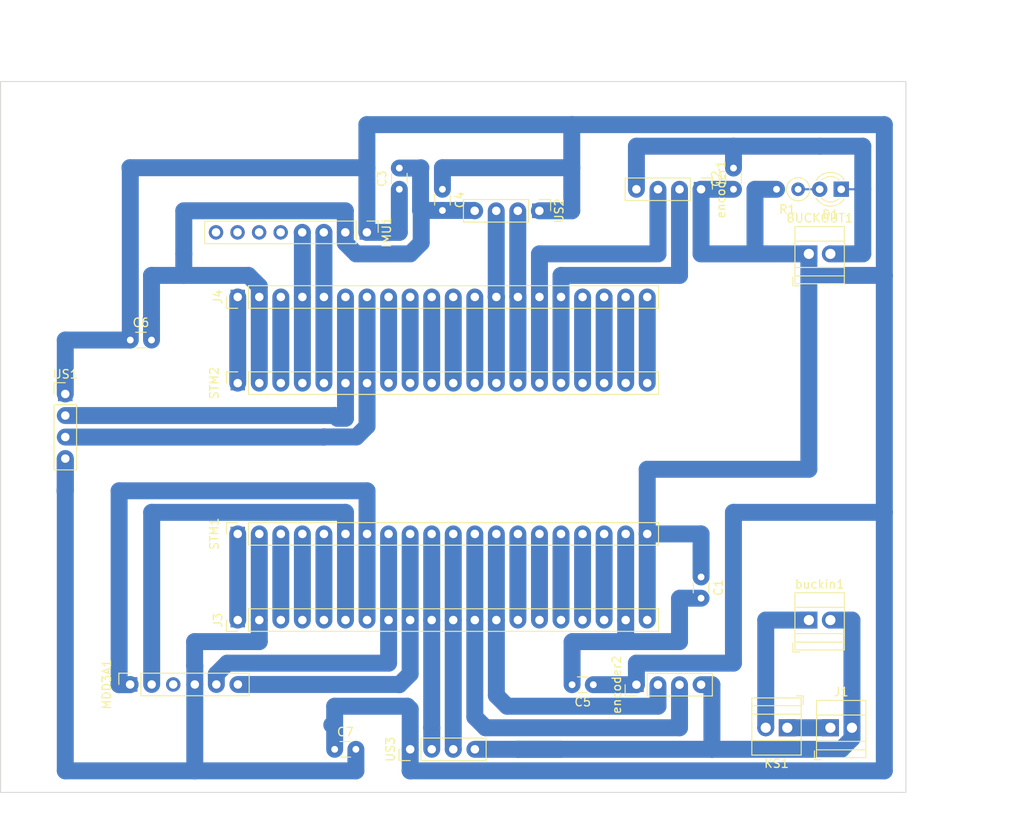
<source format=kicad_pcb>
(kicad_pcb (version 20240108) (generator "pcbnew") (generator_version "8.0")
  (layers (0 "F.Cu" signal) (31 "B.Cu" signal) (34 "B.Paste" user) (35 "F.Paste" user) (36 "B.SilkS" user "B.Silkscreen") (37 "F.SilkS" user "F.Silkscreen") (38 "B.Mask" user) (39 "F.Mask" user) (44 "Edge.Cuts" user))
  (net 0 "")
  (net 1 "/GND")
  (net 2 "/12V")
  (net 3 "/5V")
  (net 4 "/EN1B")
  (net 5 "/Vr")
  (net 8 "/EN1A")
  (net 9 "/EN2A")
  (net 12 "/supply")
  (net 13 "/EN2B")
  (net 14 "/IMU_SDA")
  (net 15 "/IMU_SCL")
  (net 16 "/Trigger2")
  (net 17 "/M1B")
  (net 18 "/M1A")
  (net 19 "/M2A")
  (net 20 "Net-(J3-Pin_15)")
  (net 21 "/M2B")
  (net 22 "/Trigger0")
  (net 23 "Net-(J4-Pin_12)")
  (net 24 "Net-(J4-Pin_9)")
  (net 25 "Net-(J4-Pin_19)")
  (net 26 "Net-(J4-Pin_1)")
  (net 27 "Net-(J4-Pin_20)")
  (net 28 "Net-(J3-Pin_17)")
  (net 29 "Net-(J4-Pin_18)")
  (net 30 "Net-(J3-Pin_16)")
  (net 31 "Net-(J4-Pin_17)")
  (net 32 "Net-(J3-Pin_4)")
  (net 33 "Net-(J3-Pin_3)")
  (net 34 "Net-(J4-Pin_8)")
  (net 35 "Net-(J3-Pin_5)")
  (net 36 "Net-(J3-Pin_1)")
  (net 37 "/Echo0")
  (net 38 "/Trigger1")
  (net 39 "Net-(J4-Pin_11)")
  (net 40 "Net-(J4-Pin_10)")
  (net 41 "/Echo1")
  (net 42 "/Echo2")
  (net 43 "Net-(J3-Pin_14)")
  (net 44 "Net-(J3-Pin_18)")
  (footprint "Connector_PinHeader_2.54mm:PinHeader_1x04_P2.54mm_Vertical" (layer "F.Cu") (at 126.985 63.5 -90)
    (property "Reference" "US2" (at 0 -2.33 90) (layer "F.SilkS"))
    (property "Value" "Conn_01x04_Socket")
    (fp_line (start -1.33 8.95) (end 1.33 8.95) (stroke (width 0.12)) (layer "F.SilkS"))
    (fp_line (start -1.33 1.27) (end -1.33 8.95) (stroke (width 0.12)) (layer "F.SilkS"))
    (fp_line (start -1.33 1.27) (end 1.33 1.27) (stroke (width 0.12)) (layer "F.SilkS"))
    (fp_line (start 1.33 1.27) (end 1.33 8.95) (stroke (width 0.12)) (layer "F.SilkS"))
    (fp_line (start -1.33 0) (end -1.33 -1.33) (stroke (width 0.12)) (layer "F.SilkS"))
    (fp_line (start -1.33 -1.33) (end 0 -1.33) (stroke (width 0.12)) (layer "F.SilkS"))
    (pad "1" thru_hole rect (at 0 0 270) (size 1.7 1.7) (drill 1) (layers "*.Cu" "*.Mask") (net 3 "/5V"))
    (pad "2" thru_hole oval (at 0 2.54 270) (size 1.7 1.7) (drill 1) (layers "*.Cu" "*.Mask") (net 38 "/Trigger1"))
    (pad "3" thru_hole oval (at 0 5.08 270) (size 1.7 1.7) (drill 1) (layers "*.Cu" "*.Mask") (net 41 "/Echo1"))
    (pad "4" thru_hole oval (at 0 7.62 270) (size 1.7 1.7) (drill 1) (layers "*.Cu" "*.Mask") (net 1 "/GND"))
  )
  (footprint "Connector_PinHeader_2.54mm:PinHeader_1x08_P2.54mm_Vertical" (layer "F.Cu") (at 106.66 66.04 -90)
    (property "Reference" "IMU1" (at 0 -2.33 90) (layer "F.SilkS"))
    (property "Value" "Conn_01x08_Socket")
    (fp_line (start -1.33 19.11) (end 1.33 19.11) (stroke (width 0.12)) (layer "F.SilkS"))
    (fp_line (start -1.33 1.27) (end -1.33 19.11) (stroke (width 0.12)) (layer "F.SilkS"))
    (fp_line (start -1.33 1.27) (end 1.33 1.27) (stroke (width 0.12)) (layer "F.SilkS"))
    (fp_line (start 1.33 1.27) (end 1.33 19.11) (stroke (width 0.12)) (layer "F.SilkS"))
    (fp_line (start -1.33 0) (end -1.33 -1.33) (stroke (width 0.12)) (layer "F.SilkS"))
    (fp_line (start -1.33 -1.33) (end 0 -1.33) (stroke (width 0.12)) (layer "F.SilkS"))
    (pad "1" thru_hole rect (at 0 0 270) (size 1.7 1.7) (drill 1) (layers "*.Cu" "*.Mask") (net 3 "/5V"))
    (pad "2" thru_hole oval (at 0 2.54 270) (size 1.7 1.7) (drill 1) (layers "*.Cu" "*.Mask") (net 1 "/GND"))
    (pad "3" thru_hole oval (at 0 5.08 270) (size 1.7 1.7) (drill 1) (layers "*.Cu" "*.Mask") (net 15 "/IMU_SCL"))
    (pad "4" thru_hole oval (at 0 7.62 270) (size 1.7 1.7) (drill 1) (layers "*.Cu" "*.Mask") (net 14 "/IMU_SDA"))
    (pad "5" thru_hole oval (at 0 10.16 270) (size 1.7 1.7) (drill 1) (layers "*.Cu" "*.Mask"))
    (pad "6" thru_hole oval (at 0 12.7 270) (size 1.7 1.7) (drill 1) (layers "*.Cu" "*.Mask"))
    (pad "7" thru_hole oval (at 0 15.24 270) (size 1.7 1.7) (drill 1) (layers "*.Cu" "*.Mask"))
    (pad "8" thru_hole oval (at 0 17.78 270) (size 1.7 1.7) (drill 1) (layers "*.Cu" "*.Mask"))
  )
  (footprint "TerminalBlock:TerminalBlock_Xinya_XY308-2.54-2P_1x02_P2.54mm_Horizontal" (layer "F.Cu") (at 158.745 68.58)
    (property "Reference" "BUCKOUT1" (at 1.27 -4.22 0) (layer "F.SilkS"))
    (property "Value" "Screw_Terminal_01x02")
    (fp_line (start -1.88 2.72) (end -1.88 3.76) (stroke (width 0.12)) (layer "F.SilkS"))
    (fp_line (start -1.88 3.76) (end -1.08 3.76) (stroke (width 0.12)) (layer "F.SilkS"))
    (fp_line (start -1.64 -3.22) (end -1.64 3.52) (stroke (width 0.12)) (layer "F.SilkS"))
    (fp_line (start -1.64 -3.22) (end 4.18 -3.22) (stroke (width 0.12)) (layer "F.SilkS"))
    (fp_line (start -1.64 -1.501) (end 4.18 -1.501) (stroke (width 0.12)) (layer "F.SilkS"))
    (fp_line (start -1.64 1.6) (end 4.18 1.6) (stroke (width 0.12)) (layer "F.SilkS"))
    (fp_line (start -1.64 2.6) (end 4.18 2.6) (stroke (width 0.12)) (layer "F.SilkS"))
    (fp_line (start -1.64 3.52) (end 4.18 3.52) (stroke (width 0.12)) (layer "F.SilkS"))
    (fp_line (start 4.18 -3.22) (end 4.18 3.52) (stroke (width 0.12)) (layer "F.SilkS"))
    (pad "1" thru_hole rect (at 0 0) (size 2 2) (drill 1.2) (layers "*.Cu" "*.Mask") (net 3 "/5V"))
    (pad "2" thru_hole circle (at 2.54 0) (size 2 2) (drill 1.2) (layers "*.Cu" "*.Mask") (net 1 "/GND"))
  )
  (footprint "Connector_PinHeader_2.54mm:PinHeader_1x04_P2.54mm_Vertical" (layer "F.Cu") (at 111.765 127 90)
    (property "Reference" "US3" (at 0 -2.33 90) (layer "F.SilkS"))
    (property "Value" "Conn_01x04_Socket")
    (fp_line (start -1.33 -1.33) (end 0 -1.33) (stroke (width 0.12)) (layer "F.SilkS"))
    (fp_line (start -1.33 0) (end -1.33 -1.33) (stroke (width 0.12)) (layer "F.SilkS"))
    (fp_line (start 1.33 1.27) (end 1.33 8.95) (stroke (width 0.12)) (layer "F.SilkS"))
    (fp_line (start -1.33 1.27) (end 1.33 1.27) (stroke (width 0.12)) (layer "F.SilkS"))
    (fp_line (start -1.33 1.27) (end -1.33 8.95) (stroke (width 0.12)) (layer "F.SilkS"))
    (fp_line (start -1.33 8.95) (end 1.33 8.95) (stroke (width 0.12)) (layer "F.SilkS"))
    (pad "1" thru_hole rect (at 0 0 90) (size 1.7 1.7) (drill 1) (layers "*.Cu" "*.Mask") (net 3 "/5V"))
    (pad "2" thru_hole oval (at 0 2.54 90) (size 1.7 1.7) (drill 1) (layers "*.Cu" "*.Mask") (net 16 "/Trigger2"))
    (pad "3" thru_hole oval (at 0 5.08 90) (size 1.7 1.7) (drill 1) (layers "*.Cu" "*.Mask") (net 42 "/Echo2"))
    (pad "4" thru_hole oval (at 0 7.62 90) (size 1.7 1.7) (drill 1) (layers "*.Cu" "*.Mask") (net 1 "/GND"))
  )
  (footprint "LED_THT:LED_D3.0mm" (layer "F.Cu") (at 162.56 60.96 180)
    (property "Reference" "D1" (at 1.27 -2.96 360) (layer "F.SilkS"))
    (property "Value" "LED")
    (fp_line (start -0.29 1.08) (end -0.29 1.236) (stroke (width 0.12)) (layer "F.SilkS"))
    (fp_line (start -0.29 -1.236) (end -0.29 -1.08) (stroke (width 0.12)) (layer "F.SilkS"))
    (fp_arc (start 2.942335 1.078608) (mid 1.366487 1.987659) (end -0.29 1.235516) (stroke (width 0.12)) (layer "F.SilkS"))
    (fp_arc (start 2.31113 1.079837) (mid 1.270117 1.5) (end 0.229039 1.08) (stroke (width 0.12)) (layer "F.SilkS"))
    (fp_arc (start 0.229039 -1.08) (mid 1.270117 -1.5) (end 2.31113 -1.079837) (stroke (width 0.12)) (layer "F.SilkS"))
    (fp_arc (start -0.29 -1.235516) (mid 1.366487 -1.987659) (end 2.942335 -1.078608) (stroke (width 0.12)) (layer "F.SilkS"))
    (pad "1" thru_hole rect (at 0 0 180) (size 1.8 1.8) (drill 0.9) (layers "*.Cu" "*.Mask") (net 1 "/GND"))
    (pad "2" thru_hole circle (at 2.54 0 180) (size 1.8 1.8) (drill 0.9) (layers "*.Cu" "*.Mask") (net 5 "/Vr"))
  )
  (footprint "Connector_PinSocket_2.54mm:PinSocket_1x06_P2.54mm_Vertical" (layer "F.Cu") (at 78.76 119.355 90)
    (property "Reference" "MDD3A1" (at 0 -2.77 90) (layer "F.SilkS"))
    (property "Value" "Conn_01x06_Socket")
    (fp_line (start 1.33 -1.33) (end 1.33 0) (stroke (width 0.12)) (layer "F.SilkS"))
    (fp_line (start 0 -1.33) (end 1.33 -1.33) (stroke (width 0.12)) (layer "F.SilkS"))
    (fp_line (start 1.33 1.27) (end 1.33 14.03) (stroke (width 0.12)) (layer "F.SilkS"))
    (fp_line (start -1.33 1.27) (end 1.33 1.27) (stroke (width 0.12)) (layer "F.SilkS"))
    (fp_line (start -1.33 1.27) (end -1.33 14.03) (stroke (width 0.12)) (layer "F.SilkS"))
    (fp_line (start -1.33 14.03) (end 1.33 14.03) (stroke (width 0.12)) (layer "F.SilkS"))
    (pad "1" thru_hole rect (at 0 0 90) (size 1.7 1.7) (drill 1) (layers "*.Cu" "*.Mask") (net 18 "/M1A"))
    (pad "2" thru_hole oval (at 0 2.54 90) (size 1.7 1.7) (drill 1) (layers "*.Cu" "*.Mask") (net 17 "/M1B"))
    (pad "3" thru_hole oval (at 0 5.08 90) (size 1.7 1.7) (drill 1) (layers "*.Cu" "*.Mask") (net 3 "/5V"))
    (pad "4" thru_hole oval (at 0 7.62 90) (size 1.7 1.7) (drill 1) (layers "*.Cu" "*.Mask") (net 1 "/GND"))
    (pad "5" thru_hole oval (at 0 10.16 90) (size 1.7 1.7) (drill 1) (layers "*.Cu" "*.Mask") (net 19 "/M2A"))
    (pad "6" thru_hole oval (at 0 12.7 90) (size 1.7 1.7) (drill 1) (layers "*.Cu" "*.Mask") (net 21 "/M2B"))
  )
  (footprint "Capacitor_THT:C_Disc_D3.0mm_W1.6mm_P2.50mm" (layer "F.Cu") (at 146.045 106.68 -90)
    (property "Reference" "C1" (at 1.25 -2.05 90) (layer "F.SilkS"))
    (property "Value" "C")
    (fp_line (start 0.621 0.92) (end 1.879 0.92) (stroke (width 0.12)) (layer "F.SilkS"))
    (fp_line (start 0.621 -0.92) (end 1.879 -0.92) (stroke (width 0.12)) (layer "F.SilkS"))
    (pad "1" thru_hole circle (at 0 0 270) (size 1.6 1.6) (drill 0.8) (layers "*.Cu" "*.Mask") (net 3 "/5V"))
    (pad "2" thru_hole circle (at 2.5 0 270) (size 1.6 1.6) (drill 0.8) (layers "*.Cu" "*.Mask") (net 1 "/GND"))
  )
  (footprint "Connector_PinHeader_2.54mm:PinHeader_1x20_P2.54mm_Vertical" (layer "F.Cu") (at 91.44 73.66 90)
    (property "Reference" "J4" (at 0 -2.33 90) (layer "F.SilkS"))
    (property "Value" "Conn_01x20_Pin")
    (fp_line (start -1.33 -1.33) (end 0 -1.33) (stroke (width 0.12)) (layer "F.SilkS"))
    (fp_line (start -1.33 0) (end -1.33 -1.33) (stroke (width 0.12)) (layer "F.SilkS"))
    (fp_line (start 1.33 1.27) (end 1.33 49.59) (stroke (width 0.12)) (layer "F.SilkS"))
    (fp_line (start -1.33 1.27) (end 1.33 1.27) (stroke (width 0.12)) (layer "F.SilkS"))
    (fp_line (start -1.33 1.27) (end -1.33 49.59) (stroke (width 0.12)) (layer "F.SilkS"))
    (fp_line (start -1.33 49.59) (end 1.33 49.59) (stroke (width 0.12)) (layer "F.SilkS"))
    (pad "1" thru_hole rect (at 0 0 90) (size 1.7 1.7) (drill 1) (layers "*.Cu" "*.Mask") (net 26 "Net-(J4-Pin_1)"))
    (pad "2" thru_hole oval (at 0 2.54 90) (size 1.7 1.7) (drill 1) (layers "*.Cu" "*.Mask") (net 1 "/GND"))
    (pad "3" thru_hole oval (at 0 5.08 90) (size 1.7 1.7) (drill 1) (layers "*.Cu" "*.Mask") (net 3 "/5V"))
    (pad "4" thru_hole oval (at 0 7.62 90) (size 1.7 1.7) (drill 1) (layers "*.Cu" "*.Mask") (net 14 "/IMU_SDA"))
    (pad "5" thru_hole oval (at 0 10.16 90) (size 1.7 1.7) (drill 1) (layers "*.Cu" "*.Mask") (net 15 "/IMU_SCL"))
    (pad "6" thru_hole oval (at 0 12.7 90) (size 1.7 1.7) (drill 1) (layers "*.Cu" "*.Mask") (net 22 "/Trigger0"))
    (pad "7" thru_hole oval (at 0 15.24 90) (size 1.7 1.7) (drill 1) (layers "*.Cu" "*.Mask") (net 37 "/Echo0"))
    (pad "8" thru_hole oval (at 0 17.78 90) (size 1.7 1.7) (drill 1) (layers "*.Cu" "*.Mask") (net 34 "Net-(J4-Pin_8)"))
    (pad "9" thru_hole oval (at 0 20.32 90) (size 1.7 1.7) (drill 1) (layers "*.Cu" "*.Mask") (net 24 "Net-(J4-Pin_9)"))
    (pad "10" thru_hole oval (at 0 22.86 90) (size 1.7 1.7) (drill 1) (layers "*.Cu" "*.Mask") (net 40 "Net-(J4-Pin_10)"))
    (pad "11" thru_hole oval (at 0 25.4 90) (size 1.7 1.7) (drill 1) (layers "*.Cu" "*.Mask") (net 39 "Net-(J4-Pin_11)"))
    (pad "12" thru_hole oval (at 0 27.94 90) (size 1.7 1.7) (drill 1) (layers "*.Cu" "*.Mask") (net 23 "Net-(J4-Pin_12)"))
    (pad "13" thru_hole oval (at 0 30.48 90) (size 1.7 1.7) (drill 1) (layers "*.Cu" "*.Mask") (net 41 "/Echo1"))
    (pad "14" thru_hole oval (at 0 33.02 90) (size 1.7 1.7) (drill 1) (layers "*.Cu" "*.Mask") (net 38 "/Trigger1"))
    (pad "15" thru_hole oval (at 0 35.56 90) (size 1.7 1.7) (drill 1) (layers "*.Cu" "*.Mask") (net 8 "/EN1A"))
    (pad "16" thru_hole oval (at 0 38.1 90) (size 1.7 1.7) (drill 1) (layers "*.Cu" "*.Mask") (net 4 "/EN1B"))
    (pad "17" thru_hole oval (at 0 40.64 90) (size 1.7 1.7) (drill 1) (layers "*.Cu" "*.Mask") (net 31 "Net-(J4-Pin_17)"))
    (pad "18" thru_hole oval (at 0 43.18 90) (size 1.7 1.7) (drill 1) (layers "*.Cu" "*.Mask") (net 29 "Net-(J4-Pin_18)"))
    (pad "19" thru_hole oval (at 0 45.72 90) (size 1.7 1.7) (drill 1) (layers "*.Cu" "*.Mask") (net 25 "Net-(J4-Pin_19)"))
    (pad "20" thru_hole oval (at 0 48.26 90) (size 1.7 1.7) (drill 1) (layers "*.Cu" "*.Mask") (net 27 "Net-(J4-Pin_20)"))
  )
  (footprint "TerminalBlock:TerminalBlock_Xinya_XY308-2.54-2P_1x02_P2.54mm_Horizontal" (layer "F.Cu") (at 161.285 124.46)
    (property "Reference" "J1" (at 1.27 -4.22 0) (layer "F.SilkS"))
    (property "Value" "Screw_Terminal_01x02")
    (fp_line (start -1.88 2.72) (end -1.88 3.76) (stroke (width 0.12)) (layer "F.SilkS"))
    (fp_line (start -1.88 3.76) (end -1.08 3.76) (stroke (width 0.12)) (layer "F.SilkS"))
    (fp_line (start -1.64 -3.22) (end -1.64 3.52) (stroke (width 0.12)) (layer "F.SilkS"))
    (fp_line (start -1.64 -3.22) (end 4.18 -3.22) (stroke (width 0.12)) (layer "F.SilkS"))
    (fp_line (start -1.64 -1.501) (end 4.18 -1.501) (stroke (width 0.12)) (layer "F.SilkS"))
    (fp_line (start -1.64 1.6) (end 4.18 1.6) (stroke (width 0.12)) (layer "F.SilkS"))
    (fp_line (start -1.64 2.6) (end 4.18 2.6) (stroke (width 0.12)) (layer "F.SilkS"))
    (fp_line (start -1.64 3.52) (end 4.18 3.52) (stroke (width 0.12)) (layer "F.SilkS"))
    (fp_line (start 4.18 -3.22) (end 4.18 3.52) (stroke (width 0.12)) (layer "F.SilkS"))
    (pad "1" thru_hole rect (at 0 0) (size 2 2) (drill 1.2) (layers "*.Cu" "*.Mask") (net 12 "/supply"))
    (pad "2" thru_hole circle (at 2.54 0) (size 2 2) (drill 1.2) (layers "*.Cu" "*.Mask") (net 1 "/GND"))
  )
  (footprint "Connector_PinSocket_2.54mm:PinSocket_1x20_P2.54mm_Vertical" (layer "F.Cu") (at 91.44 83.82 90)
    (property "Reference" "STM2" (at 0 -2.77 90) (layer "F.SilkS"))
    (property "Value" "Conn_01x20_Socket")
    (fp_line (start 1.33 -1.33) (end 1.33 0) (stroke (width 0.12)) (layer "F.SilkS"))
    (fp_line (start 0 -1.33) (end 1.33 -1.33) (stroke (width 0.12)) (layer "F.SilkS"))
    (fp_line (start 1.33 1.27) (end 1.33 49.59) (stroke (width 0.12)) (layer "F.SilkS"))
    (fp_line (start -1.33 1.27) (end 1.33 1.27) (stroke (width 0.12)) (layer "F.SilkS"))
    (fp_line (start -1.33 1.27) (end -1.33 49.59) (stroke (width 0.12)) (layer "F.SilkS"))
    (fp_line (start -1.33 49.59) (end 1.33 49.59) (stroke (width 0.12)) (layer "F.SilkS"))
    (pad "1" thru_hole rect (at 0 0 90) (size 1.7 1.7) (drill 1) (layers "*.Cu" "*.Mask") (net 26 "Net-(J4-Pin_1)"))
    (pad "2" thru_hole oval (at 0 2.54 90) (size 1.7 1.7) (drill 1) (layers "*.Cu" "*.Mask") (net 1 "/GND"))
    (pad "3" thru_hole oval (at 0 5.08 90) (size 1.7 1.7) (drill 1) (layers "*.Cu" "*.Mask") (net 3 "/5V"))
    (pad "4" thru_hole oval (at 0 7.62 90) (size 1.7 1.7) (drill 1) (layers "*.Cu" "*.Mask") (net 14 "/IMU_SDA"))
    (pad "5" thru_hole oval (at 0 10.16 90) (size 1.7 1.7) (drill 1) (layers "*.Cu" "*.Mask") (net 15 "/IMU_SCL"))
    (pad "6" thru_hole oval (at 0 12.7 90) (size 1.7 1.7) (drill 1) (layers "*.Cu" "*.Mask") (net 22 "/Trigger0"))
    (pad "7" thru_hole oval (at 0 15.24 90) (size 1.7 1.7) (drill 1) (layers "*.Cu" "*.Mask") (net 37 "/Echo0"))
    (pad "8" thru_hole oval (at 0 17.78 90) (size 1.7 1.7) (drill 1) (layers "*.Cu" "*.Mask") (net 34 "Net-(J4-Pin_8)"))
    (pad "9" thru_hole oval (at 0 20.32 90) (size 1.7 1.7) (drill 1) (layers "*.Cu" "*.Mask") (net 24 "Net-(J4-Pin_9)"))
    (pad "10" thru_hole oval (at 0 22.86 90) (size 1.7 1.7) (drill 1) (layers "*.Cu" "*.Mask") (net 40 "Net-(J4-Pin_10)"))
    (pad "11" thru_hole oval (at 0 25.4 90) (size 1.7 1.7) (drill 1) (layers "*.Cu" "*.Mask") (net 39 "Net-(J4-Pin_11)"))
    (pad "12" thru_hole oval (at 0 27.94 90) (size 1.7 1.7) (drill 1) (layers "*.Cu" "*.Mask") (net 23 "Net-(J4-Pin_12)"))
    (pad "13" thru_hole oval (at 0 30.48 90) (size 1.7 1.7) (drill 1) (layers "*.Cu" "*.Mask") (net 41 "/Echo1"))
    (pad "14" thru_hole oval (at 0 33.02 90) (size 1.7 1.7) (drill 1) (layers "*.Cu" "*.Mask") (net 38 "/Trigger1"))
    (pad "15" thru_hole oval (at 0 35.56 90) (size 1.7 1.7) (drill 1) (layers "*.Cu" "*.Mask") (net 8 "/EN1A"))
    (pad "16" thru_hole oval (at 0 38.1 90) (size 1.7 1.7) (drill 1) (layers "*.Cu" "*.Mask") (net 4 "/EN1B"))
    (pad "17" thru_hole oval (at 0 40.64 90) (size 1.7 1.7) (drill 1) (layers "*.Cu" "*.Mask") (net 31 "Net-(J4-Pin_17)"))
    (pad "18" thru_hole oval (at 0 43.18 90) (size 1.7 1.7) (drill 1) (layers "*.Cu" "*.Mask") (net 29 "Net-(J4-Pin_18)"))
    (pad "19" thru_hole oval (at 0 45.72 90) (size 1.7 1.7) (drill 1) (layers "*.Cu" "*.Mask") (net 25 "Net-(J4-Pin_19)"))
    (pad "20" thru_hole oval (at 0 48.26 90) (size 1.7 1.7) (drill 1) (layers "*.Cu" "*.Mask") (net 27 "Net-(J4-Pin_20)"))
  )
  (footprint "Connector_PinHeader_2.54mm:PinHeader_1x04_P2.54mm_Vertical" (layer "F.Cu") (at 138.425 119.38 90)
    (property "Reference" "encoder2" (at 0 -2.33 90) (layer "F.SilkS"))
    (property "Value" "Conn_01x04_Socket")
    (fp_line (start -1.33 -1.33) (end 0 -1.33) (stroke (width 0.12)) (layer "F.SilkS"))
    (fp_line (start -1.33 0) (end -1.33 -1.33) (stroke (width 0.12)) (layer "F.SilkS"))
    (fp_line (start 1.33 1.27) (end 1.33 8.95) (stroke (width 0.12)) (layer "F.SilkS"))
    (fp_line (start -1.33 1.27) (end 1.33 1.27) (stroke (width 0.12)) (layer "F.SilkS"))
    (fp_line (start -1.33 1.27) (end -1.33 8.95) (stroke (width 0.12)) (layer "F.SilkS"))
    (fp_line (start -1.33 8.95) (end 1.33 8.95) (stroke (width 0.12)) (layer "F.SilkS"))
    (pad "1" thru_hole rect (at 0 0 90) (size 1.7 1.7) (drill 1) (layers "*.Cu" "*.Mask") (net 3 "/5V"))
    (pad "2" thru_hole oval (at 0 2.54 90) (size 1.7 1.7) (drill 1) (layers "*.Cu" "*.Mask") (net 13 "/EN2B"))
    (pad "3" thru_hole oval (at 0 5.08 90) (size 1.7 1.7) (drill 1) (layers "*.Cu" "*.Mask") (net 9 "/EN2A"))
    (pad "4" thru_hole oval (at 0 7.62 90) (size 1.7 1.7) (drill 1) (layers "*.Cu" "*.Mask") (net 1 "/GND"))
  )
  (footprint "Resistor_THT:R_Axial_DIN0207_L6.3mm_D2.5mm_P2.54mm_Vertical" (layer "F.Cu") (at 157.48 60.96 180)
    (property "Reference" "R1" (at 1.27 -2.37 360) (layer "F.SilkS"))
    (property "Value" "R")
    (fp_line (start 1.37 0) (end 1.44 0) (stroke (width 0.12)) (layer "F.SilkS"))
    (fp_circle (center 0 0) (end 1.37 0) (stroke (width 0.12)) (fill none) (layer "F.SilkS"))
    (pad "1" thru_hole circle (at 0 0 180) (size 1.6 1.6) (drill 0.8) (layers "*.Cu" "*.Mask") (net 5 "/Vr"))
    (pad "2" thru_hole oval (at 2.54 0 180) (size 1.6 1.6) (drill 0.8) (layers "*.Cu" "*.Mask") (net 3 "/5V"))
  )
  (footprint "TerminalBlock:TerminalBlock_Xinya_XY308-2.54-2P_1x02_P2.54mm_Horizontal" (layer "F.Cu") (at 156.205 124.46 180)
    (property "Reference" "KS1" (at 1.27 -4.22 0) (layer "F.SilkS"))
    (property "Value" "Screw_Terminal_01x02")
    (fp_line (start 4.18 -3.22) (end 4.18 3.52) (stroke (width 0.12)) (layer "F.SilkS"))
    (fp_line (start -1.64 3.52) (end 4.18 3.52) (stroke (width 0.12)) (layer "F.SilkS"))
    (fp_line (start -1.64 2.6) (end 4.18 2.6) (stroke (width 0.12)) (layer "F.SilkS"))
    (fp_line (start -1.64 1.6) (end 4.18 1.6) (stroke (width 0.12)) (layer "F.SilkS"))
    (fp_line (start -1.64 -1.501) (end 4.18 -1.501) (stroke (width 0.12)) (layer "F.SilkS"))
    (fp_line (start -1.64 -3.22) (end 4.18 -3.22) (stroke (width 0.12)) (layer "F.SilkS"))
    (fp_line (start -1.64 -3.22) (end -1.64 3.52) (stroke (width 0.12)) (layer "F.SilkS"))
    (fp_line (start -1.88 3.76) (end -1.08 3.76) (stroke (width 0.12)) (layer "F.SilkS"))
    (fp_line (start -1.88 2.72) (end -1.88 3.76) (stroke (width 0.12)) (layer "F.SilkS"))
    (pad "1" thru_hole rect (at 0 0 180) (size 2 2) (drill 1.2) (layers "*.Cu" "*.Mask") (net 12 "/supply"))
    (pad "2" thru_hole circle (at 2.54 0 180) (size 2 2) (drill 1.2) (layers "*.Cu" "*.Mask") (net 2 "/12V"))
  )
  (footprint "Capacitor_THT:C_Disc_D3.0mm_W1.6mm_P2.50mm" (layer "F.Cu") (at 149.865 60.96 90)
    (property "Reference" "C2" (at 1.25 -2.05 90) (layer "F.SilkS"))
    (property "Value" "C")
    (fp_line (start 0.621 -0.92) (end 1.879 -0.92) (stroke (width 0.12)) (layer "F.SilkS"))
    (fp_line (start 0.621 0.92) (end 1.879 0.92) (stroke (width 0.12)) (layer "F.SilkS"))
    (pad "1" thru_hole circle (at 0 0 90) (size 1.6 1.6) (drill 0.8) (layers "*.Cu" "*.Mask") (net 3 "/5V"))
    (pad "2" thru_hole circle (at 2.5 0 90) (size 1.6 1.6) (drill 0.8) (layers "*.Cu" "*.Mask") (net 1 "/GND"))
  )
  (footprint "Connector_PinHeader_2.54mm:PinHeader_1x20_P2.54mm_Vertical" (layer "F.Cu") (at 91.44 111.76 90)
    (property "Reference" "J3" (at 0 -2.33 90) (layer "F.SilkS"))
    (property "Value" "Conn_01x20_Pin")
    (fp_line (start -1.33 -1.33) (end 0 -1.33) (stroke (width 0.12)) (layer "F.SilkS"))
    (fp_line (start -1.33 0) (end -1.33 -1.33) (stroke (width 0.12)) (layer "F.SilkS"))
    (fp_line (start 1.33 1.27) (end 1.33 49.59) (stroke (width 0.12)) (layer "F.SilkS"))
    (fp_line (start -1.33 1.27) (end 1.33 1.27) (stroke (width 0.12)) (layer "F.SilkS"))
    (fp_line (start -1.33 1.27) (end -1.33 49.59) (stroke (width 0.12)) (layer "F.SilkS"))
    (fp_line (start -1.33 49.59) (end 1.33 49.59) (stroke (width 0.12)) (layer "F.SilkS"))
    (pad "1" thru_hole rect (at 0 0 90) (size 1.7 1.7) (drill 1) (layers "*.Cu" "*.Mask") (net 36 "Net-(J3-Pin_1)"))
    (pad "2" thru_hole oval (at 0 2.54 90) (size 1.7 1.7) (drill 1) (layers "*.Cu" "*.Mask") (net 1 "/GND"))
    (pad "3" thru_hole oval (at 0 5.08 90) (size 1.7 1.7) (drill 1) (layers "*.Cu" "*.Mask") (net 33 "Net-(J3-Pin_3)"))
    (pad "4" thru_hole oval (at 0 7.62 90) (size 1.7 1.7) (drill 1) (layers "*.Cu" "*.Mask") (net 32 "Net-(J3-Pin_4)"))
    (pad "5" thru_hole oval (at 0 10.16 90) (size 1.7 1.7) (drill 1) (layers "*.Cu" "*.Mask") (net 35 "Net-(J3-Pin_5)"))
    (pad "6" thru_hole oval (at 0 12.7 90) (size 1.7 1.7) (drill 1) (layers "*.Cu" "*.Mask") (net 17 "/M1B"))
    (pad "7" thru_hole oval (at 0 15.24 90) (size 1.7 1.7) (drill 1) (layers "*.Cu" "*.Mask") (net 18 "/M1A"))
    (pad "8" thru_hole oval (at 0 17.78 90) (size 1.7 1.7) (drill 1) (layers "*.Cu" "*.Mask") (net 19 "/M2A"))
    (pad "9" thru_hole oval (at 0 20.32 90) (size 1.7 1.7) (drill 1) (layers "*.Cu" "*.Mask") (net 21 "/M2B"))
    (pad "10" thru_hole oval (at 0 22.86 90) (size 1.7 1.7) (drill 1) (layers "*.Cu" "*.Mask") (net 16 "/Trigger2"))
    (pad "11" thru_hole oval (at 0 25.4 90) (size 1.7 1.7) (drill 1) (layers "*.Cu" "*.Mask") (net 42 "/Echo2"))
    (pad "12" thru_hole oval (at 0 27.94 90) (size 1.7 1.7) (drill 1) (layers "*.Cu" "*.Mask") (net 9 "/EN2A"))
    (pad "13" thru_hole oval (at 0 30.48 90) (size 1.7 1.7) (drill 1) (layers "*.Cu" "*.Mask") (net 13 "/EN2B"))
    (pad "14" thru_hole oval (at 0 33.02 90) (size 1.7 1.7) (drill 1) (layers "*.Cu" "*.Mask") (net 43 "Net-(J3-Pin_14)"))
    (pad "15" thru_hole oval (at 0 35.56 90) (size 1.7 1.7) (drill 1) (layers "*.Cu" "*.Mask") (net 20 "Net-(J3-Pin_15)"))
    (pad "16" thru_hole oval (at 0 38.1 90) (size 1.7 1.7) (drill 1) (layers "*.Cu" "*.Mask") (net 30 "Net-(J3-Pin_16)"))
    (pad "17" thru_hole oval (at 0 40.64 90) (size 1.7 1.7) (drill 1) (layers "*.Cu" "*.Mask") (net 28 "Net-(J3-Pin_17)"))
    (pad "18" thru_hole oval (at 0 43.18 90) (size 1.7 1.7) (drill 1) (layers "*.Cu" "*.Mask") (net 44 "Net-(J3-Pin_18)"))
    (pad "19" thru_hole oval (at 0 45.72 90) (size 1.7 1.7) (drill 1) (layers "*.Cu" "*.Mask") (net 1 "/GND"))
    (pad "20" thru_hole oval (at 0 48.26 90) (size 1.7 1.7) (drill 1) (layers "*.Cu" "*.Mask") (net 3 "/5V"))
  )
  (footprint "Connector_PinSocket_2.54mm:PinSocket_1x20_P2.54mm_Vertical" (layer "F.Cu") (at 91.44 101.6 90)
    (property "Reference" "STM1" (at 0 -2.77 90) (layer "F.SilkS"))
    (property "Value" "Conn_01x20_Socket")
    (fp_line (start 1.33 -1.33) (end 1.33 0) (stroke (width 0.12)) (layer "F.SilkS"))
    (fp_line (start 0 -1.33) (end 1.33 -1.33) (stroke (width 0.12)) (layer "F.SilkS"))
    (fp_line (start 1.33 1.27) (end 1.33 49.59) (stroke (width 0.12)) (layer "F.SilkS"))
    (fp_line (start -1.33 1.27) (end 1.33 1.27) (stroke (width 0.12)) (layer "F.SilkS"))
    (fp_line (start -1.33 1.27) (end -1.33 49.59) (stroke (width 0.12)) (layer "F.SilkS"))
    (fp_line (start -1.33 49.59) (end 1.33 49.59) (stroke (width 0.12)) (layer "F.SilkS"))
    (pad "1" thru_hole rect (at 0 0 90) (size 1.7 1.7) (drill 1) (layers "*.Cu" "*.Mask") (net 36 "Net-(J3-Pin_1)"))
    (pad "2" thru_hole oval (at 0 2.54 90) (size 1.7 1.7) (drill 1) (layers "*.Cu" "*.Mask") (net 1 "/GND"))
    (pad "3" thru_hole oval (at 0 5.08 90) (size 1.7 1.7) (drill 1) (layers "*.Cu" "*.Mask") (net 33 "Net-(J3-Pin_3)"))
    (pad "4" thru_hole oval (at 0 7.62 90) (size 1.7 1.7) (drill 1) (layers "*.Cu" "*.Mask") (net 32 "Net-(J3-Pin_4)"))
    (pad "5" thru_hole oval (at 0 10.16 90) (size 1.7 1.7) (drill 1) (layers "*.Cu" "*.Mask") (net 35 "Net-(J3-Pin_5)"))
    (pad "6" thru_hole oval (at 0 12.7 90) (size 1.7 1.7) (drill 1) (layers "*.Cu" "*.Mask") (net 17 "/M1B"))
    (pad "7" thru_hole oval (at 0 15.24 90) (size 1.7 1.7) (drill 1) (layers "*.Cu" "*.Mask") (net 18 "/M1A"))
    (pad "8" thru_hole oval (at 0 17.78 90) (size 1.7 1.7) (drill 1) (layers "*.Cu" "*.Mask") (net 19 "/M2A"))
    (pad "9" thru_hole oval (at 0 20.32 90) (size 1.7 1.7) (drill 1) (layers "*.Cu" "*.Mask") (net 21 "/M2B"))
    (pad "10" thru_hole oval (at 0 22.86 90) (size 1.7 1.7) (drill 1) (layers "*.Cu" "*.Mask") (net 16 "/Trigger2"))
    (pad "11" thru_hole oval (at 0 25.4 90) (size 1.7 1.7) (drill 1) (layers "*.Cu" "*.Mask") (net 42 "/Echo2"))
    (pad "12" thru_hole oval (at 0 27.94 90) (size 1.7 1.7) (drill 1) (layers "*.Cu" "*.Mask") (net 9 "/EN2A"))
    (pad "13" thru_hole oval (at 0 30.48 90) (size 1.7 1.7) (drill 1) (layers "*.Cu" "*.Mask") (net 13 "/EN2B"))
    (pad "14" thru_hole oval (at 0 33.02 90) (size 1.7 1.7) (drill 1) (layers "*.Cu" "*.Mask") (net 43 "Net-(J3-Pin_14)"))
    (pad "15" thru_hole oval (at 0 35.56 90) (size 1.7 1.7) (drill 1) (layers "*.Cu" "*.Mask") (net 20 "Net-(J3-Pin_15)"))
    (pad "16" thru_hole oval (at 0 38.1 90) (size 1.7 1.7) (drill 1) (layers "*.Cu" "*.Mask") (net 30 "Net-(J3-Pin_16)"))
    (pad "17" thru_hole oval (at 0 40.64 90) (size 1.7 1.7) (drill 1) (layers "*.Cu" "*.Mask") (net 28 "Net-(J3-Pin_17)"))
    (pad "18" thru_hole oval (at 0 43.18 90) (size 1.7 1.7) (drill 1) (layers "*.Cu" "*.Mask") (net 44 "Net-(J3-Pin_18)"))
    (pad "19" thru_hole oval (at 0 45.72 90) (size 1.7 1.7) (drill 1) (layers "*.Cu" "*.Mask") (net 1 "/GND"))
    (pad "20" thru_hole oval (at 0 48.26 90) (size 1.7 1.7) (drill 1) (layers "*.Cu" "*.Mask") (net 3 "/5V"))
  )
  (footprint "Capacitor_THT:C_Disc_D3.0mm_W1.6mm_P2.50mm" (layer "F.Cu") (at 78.78 78.74)
    (property "Reference" "C6" (at 1.25 -2.05 0) (layer "F.SilkS"))
    (property "Value" "C")
    (fp_line (start 0.621 -0.92) (end 1.879 -0.92) (stroke (width 0.12)) (layer "F.SilkS"))
    (fp_line (start 0.621 0.92) (end 1.879 0.92) (stroke (width 0.12)) (layer "F.SilkS"))
    (pad "1" thru_hole circle (at 0 0) (size 1.6 1.6) (drill 0.8) (layers "*.Cu" "*.Mask") (net 3 "/5V"))
    (pad "2" thru_hole circle (at 2.5 0) (size 1.6 1.6) (drill 0.8) (layers "*.Cu" "*.Mask") (net 1 "/GND"))
  )
  (footprint "TerminalBlock:TerminalBlock_Xinya_XY308-2.54-2P_1x02_P2.54mm_Horizontal" (layer "F.Cu") (at 158.745 111.76)
    (property "Reference" "buckin1" (at 1.27 -4.22 0) (layer "F.SilkS"))
    (property "Value" "Screw_Terminal_01x02")
    (fp_line (start -1.88 2.72) (end -1.88 3.76) (stroke (width 0.12)) (layer "F.SilkS"))
    (fp_line (start -1.88 3.76) (end -1.08 3.76) (stroke (width 0.12)) (layer "F.SilkS"))
    (fp_line (start -1.64 -3.22) (end -1.64 3.52) (stroke (width 0.12)) (layer "F.SilkS"))
    (fp_line (start -1.64 -3.22) (end 4.18 -3.22) (stroke (width 0.12)) (layer "F.SilkS"))
    (fp_line (start -1.64 -1.501) (end 4.18 -1.501) (stroke (width 0.12)) (layer "F.SilkS"))
    (fp_line (start -1.64 1.6) (end 4.18 1.6) (stroke (width 0.12)) (layer "F.SilkS"))
    (fp_line (start -1.64 2.6) (end 4.18 2.6) (stroke (width 0.12)) (layer "F.SilkS"))
    (fp_line (start -1.64 3.52) (end 4.18 3.52) (stroke (width 0.12)) (layer "F.SilkS"))
    (fp_line (start 4.18 -3.22) (end 4.18 3.52) (stroke (width 0.12)) (layer "F.SilkS"))
    (pad "1" thru_hole rect (at 0 0) (size 2 2) (drill 1.2) (layers "*.Cu" "*.Mask") (net 2 "/12V"))
    (pad "2" thru_hole circle (at 2.54 0) (size 2 2) (drill 1.2) (layers "*.Cu" "*.Mask") (net 1 "/GND"))
  )
  (footprint "Connector_PinHeader_2.54mm:PinHeader_1x04_P2.54mm_Vertical" (layer "F.Cu") (at 146.045 60.96 -90)
    (property "Reference" "encoder1" (at 0 -2.33 90) (layer "F.SilkS"))
    (property "Value" "Conn_01x04_Socket")
    (fp_line (start -1.33 8.95) (end 1.33 8.95) (stroke (width 0.12)) (layer "F.SilkS"))
    (fp_line (start -1.33 1.27) (end -1.33 8.95) (stroke (width 0.12)) (layer "F.SilkS"))
    (fp_line (start -1.33 1.27) (end 1.33 1.27) (stroke (width 0.12)) (layer "F.SilkS"))
    (fp_line (start 1.33 1.27) (end 1.33 8.95) (stroke (width 0.12)) (layer "F.SilkS"))
    (fp_line (start -1.33 0) (end -1.33 -1.33) (stroke (width 0.12)) (layer "F.SilkS"))
    (fp_line (start -1.33 -1.33) (end 0 -1.33) (stroke (width 0.12)) (layer "F.SilkS"))
    (pad "1" thru_hole rect (at 0 0 270) (size 1.7 1.7) (drill 1) (layers "*.Cu" "*.Mask") (net 3 "/5V"))
    (pad "2" thru_hole oval (at 0 2.54 270) (size 1.7 1.7) (drill 1) (layers "*.Cu" "*.Mask") (net 4 "/EN1B"))
    (pad "3" thru_hole oval (at 0 5.08 270) (size 1.7 1.7) (drill 1) (layers "*.Cu" "*.Mask") (net 8 "/EN1A"))
    (pad "4" thru_hole oval (at 0 7.62 270) (size 1.7 1.7) (drill 1) (layers "*.Cu" "*.Mask") (net 1 "/GND"))
  )
  (footprint "Capacitor_THT:C_Disc_D3.0mm_W1.6mm_P2.50mm" (layer "F.Cu") (at 115.565 60.96 -90)
    (property "Reference" "C4" (at 1.25 -2.05 -90) (layer "F.SilkS"))
    (property "Value" "C")
    (fp_line (start 0.621 0.92) (end 1.879 0.92) (stroke (width 0.12)) (layer "F.SilkS"))
    (fp_line (start 0.621 -0.92) (end 1.879 -0.92) (stroke (width 0.12)) (layer "F.SilkS"))
    (pad "1" thru_hole circle (at 0 0 270) (size 1.6 1.6) (drill 0.8) (layers "*.Cu" "*.Mask") (net 3 "/5V"))
    (pad "2" thru_hole circle (at 2.5 0 270) (size 1.6 1.6) (drill 0.8) (layers "*.Cu" "*.Mask") (net 1 "/GND"))
  )
  (footprint "Capacitor_THT:C_Disc_D3.0mm_W1.6mm_P2.50mm" (layer "F.Cu") (at 110.485 60.96 90)
    (property "Reference" "C3" (at 1.25 -2.05 90) (layer "F.SilkS"))
    (property "Value" "C")
    (fp_line (start 0.621 -0.92) (end 1.879 -0.92) (stroke (width 0.12)) (layer "F.SilkS"))
    (fp_line (start 0.621 0.92) (end 1.879 0.92) (stroke (width 0.12)) (layer "F.SilkS"))
    (pad "1" thru_hole circle (at 0 0 90) (size 1.6 1.6) (drill 0.8) (layers "*.Cu" "*.Mask") (net 3 "/5V"))
    (pad "2" thru_hole circle (at 2.5 0 90) (size 1.6 1.6) (drill 0.8) (layers "*.Cu" "*.Mask") (net 1 "/GND"))
  )
  (footprint "Capacitor_THT:C_Disc_D3.0mm_W1.6mm_P2.50mm" (layer "F.Cu") (at 133.345 119.38 180)
    (property "Reference" "C5" (at 1.25 -2.05 0) (layer "F.SilkS"))
    (property "Value" "C")
    (fp_line (start 0.621 0.92) (end 1.879 0.92) (stroke (width 0.12)) (layer "F.SilkS"))
    (fp_line (start 0.621 -0.92) (end 1.879 -0.92) (stroke (width 0.12)) (layer "F.SilkS"))
    (pad "1" thru_hole circle (at 0 0 180) (size 1.6 1.6) (drill 0.8) (layers "*.Cu" "*.Mask") (net 3 "/5V"))
    (pad "2" thru_hole circle (at 2.5 0 180) (size 1.6 1.6) (drill 0.8) (layers "*.Cu" "*.Mask") (net 1 "/GND"))
  )
  (footprint "Connector_PinHeader_2.54mm:PinHeader_1x04_P2.54mm_Vertical" (layer "F.Cu") (at 71.12 85.1)
    (property "Reference" "US1" (at 0 -2.33 0) (layer "F.SilkS"))
    (property "Value" "Conn_01x04_Socket")
    (fp_line (start -1.33 -1.33) (end 0 -1.33) (stroke (width 0.12)) (layer "F.SilkS"))
    (fp_line (start -1.33 0) (end -1.33 -1.33) (stroke (width 0.12)) (layer "F.SilkS"))
    (fp_line (start -1.33 1.27) (end -1.33 8.95) (stroke (width 0.12)) (layer "F.SilkS"))
    (fp_line (start -1.33 1.27) (end 1.33 1.27) (stroke (width 0.12)) (layer "F.SilkS"))
    (fp_line (start -1.33 8.95) (end 1.33 8.95) (stroke (width 0.12)) (layer "F.SilkS"))
    (fp_line (start 1.33 1.27) (end 1.33 8.95) (stroke (width 0.12)) (layer "F.SilkS"))
    (pad "1" thru_hole rect (at 0 0) (size 1.7 1.7) (drill 1) (layers "*.Cu" "*.Mask") (net 3 "/5V"))
    (pad "2" thru_hole oval (at 0 2.54) (size 1.7 1.7) (drill 1) (layers "*.Cu" "*.Mask") (net 22 "/Trigger0"))
    (pad "3" thru_hole oval (at 0 5.08) (size 1.7 1.7) (drill 1) (layers "*.Cu" "*.Mask") (net 37 "/Echo0"))
    (pad "4" thru_hole oval (at 0 7.62) (size 1.7 1.7) (drill 1) (layers "*.Cu" "*.Mask") (net 1 "/GND"))
  )
  (footprint "Capacitor_THT:C_Disc_D3.0mm_W1.6mm_P2.50mm" (layer "F.Cu") (at 102.865 127)
    (property "Reference" "C7" (at 1.25 -2.05 0) (layer "F.SilkS"))
    (property "Value" "C")
    (fp_line (start 0.621 -0.92) (end 1.879 -0.92) (stroke (width 0.12)) (layer "F.SilkS"))
    (fp_line (start 0.621 0.92) (end 1.879 0.92) (stroke (width 0.12)) (layer "F.SilkS"))
    (pad "1" thru_hole circle (at 0 0) (size 1.6 1.6) (drill 0.8) (layers "*.Cu" "*.Mask") (net 3 "/5V"))
    (pad "2" thru_hole circle (at 2.5 0) (size 1.6 1.6) (drill 0.8) (layers "*.Cu" "*.Mask") (net 1 "/GND"))
  )
  (gr_line (start 63.5 132.08) (end 170.18 132.08) (stroke (width 0.1)) (layer "Edge.Cuts"))
  (gr_line (start 63.5 48.26) (end 170.18 48.26) (stroke (width 0.1)) (layer "Edge.Cuts"))
  (gr_line (start 63.5 48.26) (end 63.5 132.08) (stroke (width 0.1)) (layer "Edge.Cuts"))
  (gr_line (start 170.18 48.26) (end 170.18 132.08) (stroke (width 0.1)) (layer "Edge.Cuts"))
  (segment (start 124.46 127) (end 119.385 127) (width 2) (layer "B.Cu") (net 1))
  (segment (start 165.1 55.88) (end 160.02 55.88) (width 2) (layer "B.Cu") (net 1))
  (segment (start 163.825 125.735) (end 163.825 124.46) (width 2) (layer "B.Cu") (net 1))
  (segment (start 86.38 129.52) (end 86.36 129.54) (width 2) (layer "B.Cu") (net 1))
  (segment (start 112.985 58.46) (end 112.985 63.46) (width 2) (layer "B.Cu") (net 1))
  (segment (start 104.12 63.5) (end 104.12 66.04) (width 2) (layer "B.Cu") (net 1))
  (segment (start 111.76 68.58) (end 113.065 67.275) (width 2) (layer "B.Cu") (net 1))
  (segment (start 81.28 71.12) (end 85.085 71.12) (width 2) (layer "B.Cu") (net 1))
  (segment (start 92.705 71.12) (end 85.085 71.12) (width 2) (layer "B.Cu") (net 1))
  (segment (start 71.12 92.72) (end 71.12 96.48) (width 2) (layer "B.Cu") (net 1))
  (segment (start 85.085 68.58) (end 85.085 63.5) (width 2) (layer "B.Cu") (net 1))
  (segment (start 124.46 127) (end 129.54 127) (width 2) (layer "B.Cu") (net 1))
  (segment (start 93.98 73.66) (end 93.98 72.395) (width 2) (layer "B.Cu") (net 1))
  (segment (start 137.16 114.3) (end 137.16 111.76) (width 2) (layer "B.Cu") (net 1))
  (segment (start 165.1 68.58) (end 165.1 60.96) (width 2) (layer "B.Cu") (net 1))
  (segment (start 105.365 129.54) (end 86.36 129.54) (width 2) (layer "B.Cu") (net 1))
  (segment (start 71.08 96.52) (end 71.12 96.48) (width 2) (layer "B.Cu") (net 1))
  (segment (start 113.065 63.46) (end 115.565 63.46) (width 2) (layer "B.Cu") (net 1))
  (segment (start 130.845 114.34) (end 130.885 114.3) (width 2) (layer "B.Cu") (net 1))
  (segment (start 81.28 76.2) (end 81.24 76.24) (width 2) (layer "B.Cu") (net 1))
  (segment (start 81.28 78.74) (end 81.28 71.12) (width 2) (layer "B.Cu") (net 1))
  (segment (start 104.12 66.04) (end 104.12 67.295) (width 2) (layer "B.Cu") (net 1))
  (segment (start 115.565 63.46) (end 119.325 63.46) (width 2) (layer "B.Cu") (net 1))
  (segment (start 105.405 68.58) (end 111.76 68.58) (width 2) (layer "B.Cu") (net 1))
  (segment (start 130.845 119.38) (end 130.845 114.34) (width 2) (layer "B.Cu") (net 1))
  (segment (start 93.98 111.76) (end 93.98 101.6) (width 2) (layer "B.Cu") (net 1))
  (segment (start 86.36 129.54) (end 71.12 129.54) (width 2) (layer "B.Cu") (net 1))
  (segment (start 113.025 63.5) (end 113.065 63.46) (width 2) (layer "B.Cu") (net 1))
  (segment (start 161.285 111.76) (end 163.825 111.76) (width 2) (layer "B.Cu") (net 1))
  (segment (start 110.485 58.46) (end 112.985 58.46) (width 2) (layer "B.Cu") (net 1))
  (segment (start 138.425 60.96) (end 138.425 55.88) (width 2) (layer "B.Cu") (net 1))
  (segment (start 93.98 111.76) (end 93.98 114.3) (width 2) (layer "B.Cu") (net 1))
  (segment (start 85.085 63.5) (end 104.12 63.5) (width 2) (layer "B.Cu") (net 1))
  (segment (start 93.98 83.82) (end 93.98 73.66) (width 2) (layer "B.Cu") (net 1))
  (segment (start 165.1 60.96) (end 165.1 55.88) (width 2) (layer "B.Cu") (net 1))
  (segment (start 86.36 114.3) (end 86.36 117.155) (width 2) (layer "B.Cu") (net 1))
  (segment (start 137.16 111.76) (end 137.16 101.6) (width 2) (layer "B.Cu") (net 1))
  (segment (start 86.38 119.355) (end 86.38 129.52) (width 2) (layer "B.Cu") (net 1))
  (segment (start 162.56 60.96) (end 165.1 60.96) (width 0.25) (layer "B.Cu") (net 1))
  (segment (start 130.885 114.3) (end 143.505 114.3) (width 2) (layer "B.Cu") (net 1))
  (segment (start 112.985 63.46) (end 113.025 63.5) (width 2) (layer "B.Cu") (net 1))
  (segment (start 71.12 129.54) (end 71.12 92.72) (width 2) (layer "B.Cu") (net 1))
  (segment (start 119.325 63.46) (end 119.365 63.5) (width 2) (layer "B.Cu") (net 1))
  (segment (start 163.825 111.76) (end 163.825 124.46) (width 2) (layer "B.Cu") (net 1))
  (segment (start 146.045 119.38) (end 147.32 119.38) (width 2) (layer "B.Cu") (net 1))
  (segment (start 147.32 127) (end 162.56 127) (width 2) (layer "B.Cu") (net 1))
  (segment (start 113.065 67.275) (end 113.065 63.46) (width 2) (layer "B.Cu") (net 1))
  (segment (start 143.505 109.22) (end 143.545 109.18) (width 2) (layer "B.Cu") (net 1))
  (segment (start 86.36 117.155) (end 86.38 117.175) (width 2) (layer "B.Cu") (net 1))
  (segment (start 85.085 71.12) (end 85.085 68.58) (width 2) (layer "B.Cu") (net 1))
  (segment (start 149.865 58.46) (end 149.865 55.88) (width 2) (layer "B.Cu") (net 1))
  (segment (start 147.32 119.38) (end 147.32 127) (width 2) (layer "B.Cu") (net 1))
  (segment (start 143.545 109.18) (end 146.045 109.18) (width 2) (layer "B.Cu") (net 1))
  (segment (start 112.985 58.46) (end 113.025 58.42) (width 2) (layer "B.Cu") (net 1))
  (segment (start 138.425 55.88) (end 149.865 55.88) (width 2) (layer "B.Cu") (net 1))
  (segment (start 86.38 117.175) (end 86.38 119.355) (width 2) (layer "B.Cu") (net 1))
  (segment (start 143.505 114.3) (end 143.505 109.22) (width 2) (layer "B.Cu") (net 1))
  (segment (start 93.98 114.3) (end 86.36 114.3) (width 2) (layer "B.Cu") (net 1))
  (segment (start 160.02 55.88) (end 149.865 55.88) (width 2) (layer "B.Cu") (net 1))
  (segment (start 104.12 67.295) (end 105.405 68.58) (width 2) (layer "B.Cu") (net 1))
  (segment (start 93.98 72.395) (end 92.705 71.12) (width 2) (layer "B.Cu") (net 1))
  (segment (start 161.285 68.58) (end 165.1 68.58) (width 2) (layer "B.Cu") (net 1))
  (segment (start 147.32 127) (end 124.46 127) (width 2) (layer "B.Cu") (net 1))
  (segment (start 105.365 127) (end 105.365 129.54) (width 2) (layer "B.Cu") (net 1))
  (segment (start 162.56 127) (end 163.825 125.735) (width 2) (layer "B.Cu") (net 1))
  (segment (start 153.665 111.76) (end 158.745 111.76) (width 2) (layer "B.Cu") (net 2))
  (segment (start 153.665 124.46) (end 153.665 111.76) (width 2) (layer "B.Cu") (net 2))
  (segment (start 96.52 83.82) (end 96.52 73.66) (width 2) (layer "B.Cu") (net 3))
  (segment (start 139.7 111.76) (end 139.7 101.6) (width 2) (layer "B.Cu") (net 3))
  (segment (start 167.64 71.12) (end 167.64 99.06) (width 2) (layer "B.Cu") (net 3))
  (segment (start 111.765 122.255) (end 111.43 121.92) (width 2) (layer "B.Cu") (net 3))
  (segment (start 78.78 78.74) (end 78.78 58.46) (width 2) (layer "B.Cu") (net 3))
  (segment (start 146.045 68.58) (end 146.045 60.96) (width 2) (layer "B.Cu") (net 3))
  (segment (start 139.7 93.98) (end 139.7 101.6) (width 2) (layer "B.Cu") (net 3))
  (segment (start 146.045 60.96) (end 149.865 60.96) (width 2) (layer "B.Cu") (net 3))
  (segment (start 167.64 129.54) (end 167.64 99.06) (width 2) (layer "B.Cu") (net 3))
  (segment (start 153.665 68.58) (end 152.4 68.58) (width 2) (layer "B.Cu") (net 3))
  (segment (start 149.86 99.06) (end 149.86 116.84) (width 2) (layer "B.Cu") (net 3))
  (segment (start 102.865 121.92) (end 102.865 124.46) (width 2) (layer "B.Cu") (net 3))
  (segment (start 158.745 68.58) (end 153.665 68.58) (width 2) (layer "B.Cu") (net 3))
  (segment (start 149.86 116.84) (end 138.425 116.84) (width 2) (layer "B.Cu") (net 3))
  (segment (start 158.745 71.12) (end 158.745 93.98) (width 2) (layer "B.Cu") (net 3))
  (segment (start 71.12 85.1) (end 71.12 78.74) (width 2) (layer "B.Cu") (net 3))
  (segment (start 102.525 124.12) (end 102.865 124.46) (width 2) (layer "B.Cu") (net 3))
  (segment (start 106.66 53.34) (end 106.66 58.42) (width 2) (layer "B.Cu") (net 3))
  (segment (start 111.43 121.92) (end 102.865 121.92) (width 2) (layer "B.Cu") (net 3))
  (segment (start 130.805 53.34) (end 130.805 58.42) (width 2) (layer "B.Cu") (net 3))
  (segment (start 138.425 116.84) (end 138.425 119.38) (width 2) (layer "B.Cu") (net 3))
  (segment (start 167.64 53.34) (end 167.64 71.12) (width 2) (layer "B.Cu") (net 3))
  (segment (start 111.765 127) (end 111.765 129.535) (width 2) (layer "B.Cu") (net 3))
  (segment (start 130.805 53.34) (end 167.64 53.34) (width 2) (layer "B.Cu") (net 3))
  (segment (start 111.765 129.535) (end 111.76 129.54) (width 2) (layer "B.Cu") (net 3))
  (segment (start 158.745 68.58) (end 158.745 71.12) (width 2) (layer "B.Cu") (net 3))
  (segment (start 158.745 93.98) (end 139.7 93.98) (width 2) (layer "B.Cu") (net 3))
  (segment (start 146.045 101.6) (end 146.045 106.68) (width 2) (layer "B.Cu") (net 3))
  (segment (start 154.94 60.96) (end 152.4 60.96) (width 2) (layer "B.Cu") (net 3))
  (segment (start 78.78 58.46) (end 78.74 58.42) (width 2) (layer "B.Cu") (net 3))
  (segment (start 111.76 129.54) (end 167.64 129.54) (width 2) (layer "B.Cu") (net 3))
  (segment (start 102.865 124.46) (end 102.865 127) (width 2) (layer "B.Cu") (net 3))
  (segment (start 78.74 58.42) (end 106.66 58.42) (width 2) (layer "B.Cu") (net 3))
  (segment (start 106.66 66.04) (end 110.485 66.04) (width 2) (layer "B.Cu") (net 3))
  (segment (start 139.7 101.6) (end 146.045 101.6) (width 2) (layer "B.Cu") (net 3))
  (segment (start 130.805 53.34) (end 106.66 53.34) (width 2) (layer "B.Cu") (net 3))
  (segment (start 152.4 68.58) (end 146.045 68.58) (width 2) (layer "B.Cu") (net 3))
  (segment (start 126.985 63.5) (end 130.805 63.5) (width 2) (layer "B.Cu") (net 3))
  (segment (start 130.805 63.5) (end 130.805 58.42) (width 2) (layer "B.Cu") (net 3))
  (segment (start 71.12 78.74) (end 78.74 78.74) (width 2) (layer "B.Cu") (net 3))
  (segment (start 167.64 99.06) (end 149.86 99.06) (width 2) (layer "B.Cu") (net 3))
  (segment (start 133.345 119.38) (end 138.425 119.38) (width 2) (layer "B.Cu") (net 3))
  (segment (start 167.64 71.12) (end 158.745 71.12) (width 2) (layer "B.Cu") (net 3))
  (segment (start 152.4 60.96) (end 152.4 68.58) (width 2) (layer "B.Cu") (net 3))
  (segment (start 115.565 58.42) (end 130.805 58.42) (width 2) (layer "B.Cu") (net 3))
  (segment (start 115.565 60.96) (end 115.565 58.42) (width 2) (layer "B.Cu") (net 3))
  (segment (start 106.66 58.42) (end 106.66 66.04) (width 2) (layer "B.Cu") (net 3))
  (segment (start 110.485 66.04) (end 110.485 60.96) (width 2) (layer "B.Cu") (net 3))
  (segment (start 111.765 127) (end 111.765 122.255) (width 2) (layer "B.Cu") (net 3))
  (segment (start 129.54 73.66) (end 129.54 71.12) (width 2) (layer "B.Cu") (net 4))
  (segment (start 143.505 71.12) (end 143.505 60.96) (width 2) (layer "B.Cu") (net 4))
  (segment (start 129.54 83.82) (end 129.54 73.66) (width 2) (layer "B.Cu") (net 4))
  (segment (start 129.54 71.12) (end 143.505 71.12) (width 2) (layer "B.Cu") (net 4))
  (segment (start 157.48 60.96) (end 160.02 60.96) (width 0.25) (layer "B.Cu") (net 5))
  (segment (start 140.965 68.58) (end 127 68.58) (width 2) (layer "B.Cu") (net 8))
  (segment (start 127 83.82) (end 127 73.66) (width 2) (layer "B.Cu") (net 8))
  (segment (start 140.965 60.96) (end 140.965 68.58) (width 2) (layer "B.Cu") (net 8))
  (segment (start 127 68.58) (end 127 73.66) (width 2) (layer "B.Cu") (net 8))
  (segment (start 143.505 124.46) (end 143.505 119.38) (width 2) (layer "B.Cu") (net 9))
  (segment (start 119.38 111.76) (end 119.38 101.6) (width 2) (layer "B.Cu") (net 9))
  (segment (start 120.645 124.46) (end 143.505 124.46) (width 2) (layer "B.Cu") (net 9))
  (segment (start 119.38 123.195) (end 120.645 124.46) (width 2) (layer "B.Cu") (net 9))
  (segment (start 119.38 111.76) (end 119.38 123.195) (width 2) (layer "B.Cu") (net 9))
  (segment (start 156.205 124.46) (end 161.285 124.46) (width 2) (layer "B.Cu") (net 12))
  (segment (start 140.965 121.92) (end 140.965 119.38) (width 2) (layer "B.Cu") (net 13))
  (segment (start 123.185 121.92) (end 140.965 121.92) (width 2) (layer "B.Cu") (net 13))
  (segment (start 121.92 120.655) (end 123.185 121.92) (width 2) (layer "B.Cu") (net 13))
  (segment (start 121.92 111.76) (end 121.92 101.6) (width 2) (layer "B.Cu") (net 13))
  (segment (start 121.92 111.76) (end 121.92 120.655) (width 2) (layer "B.Cu") (net 13))
  (segment (start 99.06 73.66) (end 99.06 66.06) (width 2) (layer "B.Cu") (net 14))
  (segment (start 99.06 66.06) (end 99.04 66.04) (width 2) (layer "B.Cu") (net 14))
  (segment (start 99.06 83.82) (end 99.06 73.66) (width 2) (layer "B.Cu") (net 14))
  (segment (start 101.6 73.66) (end 101.6 66.06) (width 2) (layer "B.Cu") (net 15))
  (segment (start 101.6 83.82) (end 101.6 73.66) (width 2) (layer "B.Cu") (net 15))
  (segment (start 101.6 66.06) (end 101.58 66.04) (width 2) (layer "B.Cu") (net 15))
  (segment (start 114.3 111.76) (end 114.3 101.6) (width 2) (layer "B.Cu") (net 16))
  (segment (start 114.305 124.46) (end 114.305 127) (width 2) (layer "B.Cu") (net 16))
  (segment (start 114.3 111.76) (end 114.3 124.455) (width 2) (layer "B.Cu") (net 16))
  (segment (start 114.3 124.455) (end 114.305 124.46) (width 2) (layer "B.Cu") (net 16))
  (segment (start 104.14 111.76) (end 104.14 101.6) (width 2) (layer "B.Cu") (net 17))
  (segment (start 104.14 99.06) (end 104.14 101.6) (width 2) (layer "B.Cu") (net 17))
  (segment (start 81.3 99.06) (end 104.14 99.06) (width 2) (layer "B.Cu") (net 17))
  (segment (start 81.3 119.355) (end 81.3 99.06) (width 2) (layer "B.Cu") (net 17))
  (segment (start 106.68 96.52) (end 77.465 96.52) (width 2) (layer "B.Cu") (net 18))
  (segment (start 77.465 119.38) (end 78.735 119.38) (width 2) (layer "B.Cu") (net 18))
  (segment (start 77.465 96.52) (end 77.465 119.38) (width 2) (layer "B.Cu") (net 18))
  (segment (start 106.68 101.6) (end 106.68 96.52) (width 2) (layer "B.Cu") (net 18))
  (segment (start 78.735 119.38) (end 78.76 119.355) (width 2) (layer "B.Cu") (net 18))
  (segment (start 106.68 111.76) (end 106.68 101.6) (width 2) (layer "B.Cu") (net 18))
  (segment (start 109.22 116.84) (end 109.22 111.76) (width 2) (layer "B.Cu") (net 19))
  (segment (start 88.92 119.355) (end 88.92 118.135) (width 2) (layer "B.Cu") (net 19))
  (segment (start 109.22 111.76) (end 109.22 101.6) (width 2) (layer "B.Cu") (net 19))
  (segment (start 90.215 116.84) (end 109.22 116.84) (width 2) (layer "B.Cu") (net 19))
  (segment (start 88.92 118.135) (end 90.215 116.84) (width 2) (layer "B.Cu") (net 19))
  (segment (start 127 111.76) (end 127 101.6) (width 2) (layer "B.Cu") (net 20))
  (segment (start 111.76 111.76) (end 111.76 101.6) (width 2) (layer "B.Cu") (net 21))
  (segment (start 91.46 119.355) (end 110.46 119.355) (width 2) (layer "B.Cu") (net 21))
  (segment (start 110.485 119.38) (end 111.76 118.105) (width 2) (layer "B.Cu") (net 21))
  (segment (start 111.76 118.105) (end 111.76 111.76) (width 2) (layer "B.Cu") (net 21))
  (segment (start 110.46 119.355) (end 110.485 119.38) (width 2) (layer "B.Cu") (net 21))
  (segment (start 104.14 87.965) (end 104.14 83.82) (width 2) (layer "B.Cu") (net 22))
  (segment (start 103.205 87.965) (end 104.14 87.965) (width 2) (layer "B.Cu") (net 22))
  (segment (start 104.14 83.82) (end 104.14 73.66) (width 2) (layer "B.Cu") (net 22))
  (segment (start 71.12 87.64) (end 102.88 87.64) (width 2) (layer "B.Cu") (net 22))
  (segment (start 102.88 87.64) (end 103.205 87.965) (width 2) (layer "B.Cu") (net 22))
  (segment (start 119.38 83.82) (end 119.38 73.66) (width 2) (layer "B.Cu") (net 23))
  (segment (start 111.76 83.82) (end 111.76 73.66) (width 2) (layer "B.Cu") (net 24))
  (segment (start 137.16 83.82) (end 137.16 73.66) (width 2) (layer "B.Cu") (net 25))
  (segment (start 91.44 83.82) (end 91.44 73.66) (width 2) (layer "B.Cu") (net 26))
  (segment (start 139.7 83.82) (end 139.7 73.66) (width 2) (layer "B.Cu") (net 27))
  (segment (start 132.08 111.76) (end 132.08 101.6) (width 2) (layer "B.Cu") (net 28))
  (segment (start 134.62 83.82) (end 134.62 73.66) (width 2) (layer "B.Cu") (net 29))
  (segment (start 129.54 111.76) (end 129.54 101.6) (width 2) (layer "B.Cu") (net 30))
  (segment (start 132.08 83.82) (end 132.08 73.66) (width 2) (layer "B.Cu") (net 31))
  (segment (start 99.06 111.76) (end 99.06 101.6) (width 2) (layer "B.Cu") (net 32))
  (segment (start 96.52 111.76) (end 96.52 101.6) (width 2) (layer "B.Cu") (net 33))
  (segment (start 109.22 83.82) (end 109.22 73.66) (width 2) (layer "B.Cu") (net 34))
  (segment (start 101.6 111.76) (end 101.6 101.6) (width 2) (layer "B.Cu") (net 35))
  (segment (start 91.44 111.76) (end 91.44 101.6) (width 2) (layer "B.Cu") (net 36))
  (segment (start 106.68 83.82) (end 106.68 73.66) (width 2) (layer "B.Cu") (net 37))
  (segment (start 105.415 90.165) (end 106.68 88.9) (width 2) (layer "B.Cu") (net 37))
  (segment (start 106.68 88.9) (end 106.68 83.82) (width 2) (layer "B.Cu") (net 37))
  (segment (start 101.6 90.165) (end 105.415 90.165) (width 2) (layer "B.Cu") (net 37))
  (segment (start 101.585 90.18) (end 101.6 90.165) (width 2) (layer "B.Cu") (net 37))
  (segment (start 71.12 90.18) (end 101.585 90.18) (width 2) (layer "B.Cu") (net 37))
  (segment (start 124.445 63.5) (end 124.445 73.645) (width 2) (layer "B.Cu") (net 38))
  (segment (start 124.46 83.82) (end 124.46 73.66) (width 2) (layer "B.Cu") (net 38))
  (segment (start 124.445 73.645) (end 124.46 73.66) (width 2) (layer "B.Cu") (net 38))
  (segment (start 124.465 73.655) (end 124.46 73.66) (width 2) (layer "B.Cu") (net 38))
  (segment (start 116.84 83.82) (end 116.84 73.66) (width 2) (layer "B.Cu") (net 39))
  (segment (start 114.3 83.82) (end 114.3 73.66) (width 2) (layer "B.Cu") (net 40))
  (segment (start 121.905 73.645) (end 121.92 73.66) (width 2) (layer "B.Cu") (net 41))
  (segment (start 121.925 73.655) (end 121.92 73.66) (width 2) (layer "B.Cu") (net 41))
  (segment (start 121.92 83.82) (end 121.92 73.66) (width 2) (layer "B.Cu") (net 41))
  (segment (start 121.905 63.5) (end 121.905 73.645) (width 2) (layer "B.Cu") (net 41))
  (segment (start 116.845 127) (end 116.84 126.995) (width 2) (layer "B.Cu") (net 42))
  (segment (start 116.84 111.76) (end 116.84 101.6) (width 2) (layer "B.Cu") (net 42))
  (segment (start 116.84 126.995) (end 116.84 111.76) (width 2) (layer "B.Cu") (net 42))
  (segment (start 124.46 111.76) (end 124.46 101.6) (width 2) (layer "B.Cu") (net 43))
  (segment (start 134.62 111.76) (end 134.62 101.6) (width 2) (layer "B.Cu") (net 44))
)
</source>
